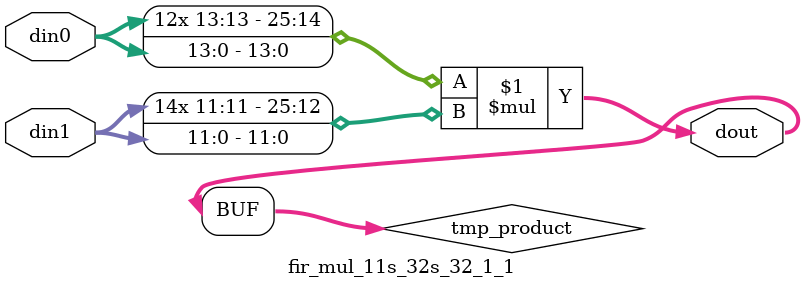
<source format=v>

`timescale 1 ns / 1 ps

  module fir_mul_11s_32s_32_1_1(din0, din1, dout);
parameter ID = 1;
parameter NUM_STAGE = 0;
parameter din0_WIDTH = 14;
parameter din1_WIDTH = 12;
parameter dout_WIDTH = 26;

input [din0_WIDTH - 1 : 0] din0; 
input [din1_WIDTH - 1 : 0] din1; 
output [dout_WIDTH - 1 : 0] dout;

wire signed [dout_WIDTH - 1 : 0] tmp_product;













assign tmp_product = $signed(din0) * $signed(din1);








assign dout = tmp_product;







endmodule

</source>
